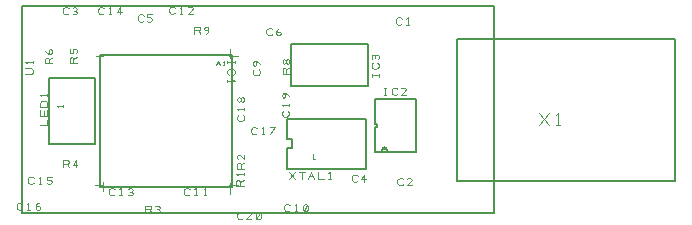
<source format=gbr>
%FSLAX23Y23*%
%MOIN*%
G04 EasyPC Gerber Version 17.0 Build 3379 *
%ADD109C,0.00100*%
%ADD90C,0.00197*%
%ADD108C,0.00315*%
%ADD107C,0.00400*%
%ADD78C,0.00500*%
%ADD91C,0.00800*%
X0Y0D02*
D02*
D78*
X361Y458D02*
Y678D01*
X512*
Y458*
X452*
Y458*
X422*
Y458*
X361*
X529Y757D02*
X970D01*
Y316*
X529*
Y757*
X1153Y544D02*
X1417D01*
Y375*
X1153*
Y445*
X1168*
Y475*
X1153*
Y544*
X1447Y609D02*
X1584D01*
Y432*
X1447*
Y516*
X1452*
Y526*
X1447*
Y609*
X1470Y440D02*
G75*
G03X1486I8D01*
G01*
G75*
G03X1470I-8*
G01*
G36*
G75*
G03X1486I8*
G01*
G75*
G03X1470I-8*
G01*
G37*
X1718Y337D02*
Y809D01*
X2447*
Y337*
X1718*
X1844Y228D02*
X270D01*
Y918*
X1844*
Y228*
D02*
D90*
X271Y243D02*
X269Y241D01*
X265Y239*
X260*
X256Y241*
X254Y243*
X252Y247*
Y255*
X254Y259*
X256Y261*
X260Y263*
X265*
X269Y261*
X271Y259*
X287Y239D02*
X295D01*
X291D02*
Y263D01*
X287Y259*
X315Y245D02*
X317Y249D01*
X321Y251*
X325*
X328Y249*
X330Y245*
X328Y241*
X325Y239*
X321*
X317Y241*
X315Y245*
Y251*
X317Y257*
X321Y261*
X325Y263*
X309Y330D02*
X307Y328D01*
X303Y326*
X297*
X293Y328*
X291Y330*
X289Y334*
Y342*
X291Y346*
X293Y348*
X297Y350*
X303*
X307Y348*
X309Y346*
X325Y326D02*
X332D01*
X328D02*
Y350D01*
X325Y346*
X352Y328D02*
X356Y326D01*
X362*
X366Y328*
X368Y332*
Y334*
X366Y338*
X362Y340*
X352*
Y350*
X368*
X281Y692D02*
X299D01*
X303Y694*
X305Y698*
Y706*
X303Y710*
X299Y712*
X281*
X305Y728D02*
Y735D01*
Y731D02*
X281D01*
X285Y728*
X330Y521D02*
X354D01*
Y540*
Y552D02*
X330D01*
Y572*
X342Y568D02*
Y552D01*
X354D02*
Y572D01*
Y584D02*
X330D01*
Y596*
X332Y600*
X334Y602*
X338Y603*
X346*
X350Y602*
X352Y600*
X354Y596*
Y584*
Y619D02*
Y627D01*
Y623D02*
X330D01*
X334Y619*
X370Y728D02*
X346D01*
Y741*
X348Y745*
X352Y747*
X356Y745*
X358Y741*
Y728*
Y741D02*
X370Y747D01*
X364Y759D02*
X360Y761D01*
X358Y765*
Y769*
X360Y773*
X364Y775*
X368Y773*
X370Y769*
Y765*
X368Y761*
X364Y759*
X358*
X352Y761*
X348Y765*
X346Y769*
X425Y895D02*
X423Y893D01*
X419Y891*
X413*
X409Y893*
X407Y895*
X405Y899*
Y907*
X407Y911*
X409Y913*
X413Y915*
X419*
X423Y913*
X425Y911*
X439Y893D02*
X443Y891D01*
X447*
X451Y893*
X452Y897*
X451Y901*
X447Y903*
X443*
X447D02*
X451Y905D01*
X452Y909*
X451Y913*
X447Y915*
X443*
X439Y913*
X407Y381D02*
Y405D01*
X421*
X425Y403*
X427Y399*
X425Y395*
X421Y393*
X407*
X421D02*
X427Y381D01*
X449D02*
Y405D01*
X439Y389*
X454*
X452Y729D02*
X429D01*
Y743*
X431Y747*
X435Y749*
X439Y747*
X441Y743*
Y729*
Y743D02*
X452Y749D01*
X451Y761D02*
X452Y765D01*
Y771*
X451Y775*
X447Y777*
X445*
X441Y775*
X439Y771*
Y761*
X429*
Y777*
X543Y895D02*
X541Y893D01*
X537Y891*
X531*
X527Y893*
X525Y895*
X523Y899*
Y907*
X525Y911*
X527Y913*
X531Y915*
X537*
X541Y913*
X543Y911*
X559Y891D02*
X567D01*
X563D02*
Y915D01*
X559Y911*
X596Y891D02*
Y915D01*
X586Y899*
X602*
X578Y292D02*
X577Y290D01*
X573Y289*
X567*
X563Y290*
X561Y292*
X559Y296*
Y304*
X561Y308*
X563Y310*
X567Y312*
X573*
X577Y310*
X578Y308*
X594Y289D02*
X602D01*
X598D02*
Y312D01*
X594Y308*
X624Y290D02*
X628Y289D01*
X632*
X636Y290*
X638Y294*
X636Y298*
X632Y300*
X628*
X632D02*
X636Y302D01*
X638Y306*
X636Y310*
X632Y312*
X628*
X624Y310*
X675Y871D02*
X673Y869D01*
X669Y867*
X663*
X659Y869*
X657Y871*
X655Y875*
Y883*
X657Y887*
X659Y889*
X663Y891*
X669*
X673Y889*
X675Y887*
X687Y869D02*
X691Y867D01*
X697*
X701Y869*
X702Y873*
Y875*
X701Y879*
X697Y881*
X687*
Y891*
X702*
X681Y229D02*
Y253D01*
X695*
X699Y251*
X701Y247*
X699Y243*
X695Y241*
X681*
X695D02*
X701Y229D01*
X714Y231D02*
X718Y229D01*
X722*
X726Y231*
X728Y235*
X726Y239*
X722Y241*
X718*
X722D02*
X726Y243D01*
X728Y247*
X726Y251*
X722Y253*
X718*
X714Y251*
X779Y897D02*
X777Y895D01*
X773Y893*
X767*
X764Y895*
X762Y897*
X760Y901*
Y909*
X762Y913*
X764Y915*
X767Y916*
X773*
X777Y915*
X779Y913*
X795Y893D02*
X803D01*
X799D02*
Y916D01*
X795Y913*
X838Y893D02*
X823D01*
X836Y907*
X838Y911*
X836Y915*
X832Y916*
X827*
X823Y915*
X828Y292D02*
X827Y290D01*
X823Y289*
X817*
X813Y290*
X811Y292*
X809Y296*
Y304*
X811Y308*
X813Y310*
X817Y312*
X823*
X827Y310*
X828Y308*
X844Y289D02*
X852D01*
X848D02*
Y312D01*
X844Y308*
X876Y289D02*
X884D01*
X880D02*
Y312D01*
X876Y308*
X844Y826D02*
Y850D01*
X858*
X862Y848*
X864Y844*
X862Y840*
X858Y838*
X844*
X858D02*
X864Y826D01*
X882D02*
X886Y828D01*
X890Y832*
X891Y838*
Y844*
X890Y848*
X886Y850*
X882*
X878Y848*
X876Y844*
X878Y840*
X882Y838*
X886*
X890Y840*
X891Y844*
X954Y735D02*
Y728D01*
Y731D02*
X978D01*
Y735D02*
Y728D01*
X958Y690D02*
X956Y692D01*
X954Y696*
Y702*
X956Y706*
X958Y708*
X962Y710*
X970*
X974Y708*
X976Y706*
X978Y702*
Y696*
X976Y692*
X974Y690*
X954Y674D02*
Y666D01*
Y670D02*
X978D01*
X974Y674*
X1006Y212D02*
X1004Y210D01*
X1000Y208*
X994*
X990Y210*
X988Y212*
X986Y216*
Y224*
X988Y228*
X990Y229*
X994Y231*
X1000*
X1004Y229*
X1006Y228*
X1033Y208D02*
X1017D01*
X1031Y222*
X1033Y226*
X1031Y229*
X1027Y231*
X1021*
X1017Y229*
X1051Y210D02*
X1055Y208D01*
X1059*
X1063Y210*
X1065Y214*
Y226*
X1063Y229*
X1059Y231*
X1055*
X1051Y229*
X1049Y226*
Y214*
X1051Y210*
X1063Y229*
X1008Y320D02*
X984D01*
Y334*
X986Y338*
X990Y340*
X994Y338*
X996Y334*
Y320*
Y334D02*
X1008Y340D01*
Y355D02*
Y363D01*
Y359D02*
X984D01*
X988Y355*
X1010Y377D02*
X986D01*
Y391*
X988Y395*
X992Y397*
X996Y395*
X998Y391*
Y377*
Y391D02*
X1010Y397D01*
Y424D02*
Y409D01*
X996Y422*
X992Y424*
X988Y422*
X986Y418*
Y413*
X988Y409*
X1006Y556D02*
X1008Y554D01*
X1010Y550*
Y544*
X1008Y540*
X1006Y539*
X1002Y537*
X994*
X990Y539*
X988Y540*
X986Y544*
Y550*
X988Y554*
X990Y556*
X1010Y572D02*
Y580D01*
Y576D02*
X986D01*
X990Y572*
X998Y605D02*
Y609D01*
X996Y613*
X992Y615*
X988Y613*
X986Y609*
Y605*
X988Y602*
X992Y600*
X996Y602*
X998Y605*
X1000Y602*
X1004Y600*
X1008Y602*
X1010Y605*
Y609*
X1008Y613*
X1004Y615*
X1000Y613*
X998Y609*
X1053Y495D02*
X1051Y493D01*
X1047Y491*
X1041*
X1037Y493*
X1035Y495*
X1033Y499*
Y507*
X1035Y511*
X1037Y513*
X1041Y515*
X1047*
X1051Y513*
X1053Y511*
X1069Y491D02*
X1077D01*
X1073D02*
Y515D01*
X1069Y511*
X1096Y491D02*
X1112Y515D01*
X1096*
X1059Y708D02*
X1061Y706D01*
X1063Y702*
Y696*
X1061Y692*
X1059Y690*
X1055Y688*
X1047*
X1043Y690*
X1041Y692*
X1039Y696*
Y702*
X1041Y706*
X1043Y708*
X1063Y726D02*
X1061Y729D01*
X1057Y733*
X1051Y735*
X1045*
X1041Y733*
X1039Y729*
Y726*
X1041Y722*
X1045Y720*
X1049Y722*
X1051Y726*
Y729*
X1049Y733*
X1045Y735*
X1104Y826D02*
X1102Y824D01*
X1098Y822*
X1092*
X1088Y824*
X1086Y826*
X1084Y830*
Y838*
X1086Y842*
X1088Y844*
X1092Y846*
X1098*
X1102Y844*
X1104Y842*
X1116Y828D02*
X1118Y832D01*
X1122Y834*
X1126*
X1130Y832*
X1132Y828*
X1130Y824*
X1126Y822*
X1122*
X1118Y824*
X1116Y828*
Y834*
X1118Y840*
X1122Y844*
X1126Y846*
X1163Y239D02*
X1161Y237D01*
X1157Y235*
X1151*
X1147Y237*
X1145Y239*
X1143Y243*
Y251*
X1145Y255*
X1147Y257*
X1151Y259*
X1157*
X1161Y257*
X1163Y255*
X1179Y235D02*
X1187D01*
X1183D02*
Y259D01*
X1179Y255*
X1208Y237D02*
X1212Y235D01*
X1216*
X1220Y237*
X1222Y241*
Y253*
X1220Y257*
X1216Y259*
X1212*
X1208Y257*
X1206Y253*
Y241*
X1208Y237*
X1220Y257*
X1161Y342D02*
X1181Y365D01*
X1161D02*
X1181Y342D01*
X1202D02*
Y365D01*
X1193D02*
X1212D01*
X1224Y342D02*
X1234Y365D01*
X1244Y342*
X1228Y352D02*
X1240D01*
X1256Y365D02*
Y342D01*
X1275*
X1291D02*
X1299D01*
X1295D02*
Y365D01*
X1291Y361*
X1155Y570D02*
X1157Y568D01*
X1159Y564*
Y558*
X1157Y554*
X1155Y552*
X1151Y550*
X1143*
X1140Y552*
X1138Y554*
X1136Y558*
Y564*
X1138Y568*
X1140Y570*
X1159Y586D02*
Y594D01*
Y590D02*
X1136D01*
X1140Y586*
X1159Y619D02*
X1157Y623D01*
X1153Y627*
X1147Y629*
X1141*
X1138Y627*
X1136Y623*
Y619*
X1138Y615*
X1141Y613*
X1145Y615*
X1147Y619*
Y623*
X1145Y627*
X1141Y629*
X1161Y694D02*
X1138D01*
Y708*
X1140Y712*
X1143Y714*
X1147Y712*
X1149Y708*
Y694*
Y708D02*
X1161Y714D01*
X1149Y731D02*
Y735D01*
X1147Y739*
X1143Y741*
X1140Y739*
X1138Y735*
Y731*
X1140Y728*
X1143Y726*
X1147Y728*
X1149Y731*
X1151Y728*
X1155Y726*
X1159Y728*
X1161Y731*
Y735*
X1159Y739*
X1155Y741*
X1151Y739*
X1149Y735*
X1388Y338D02*
X1386Y336D01*
X1382Y334*
X1376*
X1372Y336*
X1370Y338*
X1368Y342*
Y350*
X1370Y353*
X1372Y355*
X1376Y357*
X1382*
X1386Y355*
X1388Y353*
X1409Y334D02*
Y357D01*
X1399Y342*
X1415*
X1458Y684D02*
Y692D01*
Y688D02*
X1435D01*
Y684D02*
Y692D01*
X1454Y729D02*
X1456Y728D01*
X1458Y724*
Y718*
X1456Y714*
X1454Y712*
X1451Y710*
X1443*
X1439Y712*
X1437Y714*
X1435Y718*
Y724*
X1437Y728*
X1439Y729*
X1456Y743D02*
X1458Y747D01*
Y751*
X1456Y755*
X1452Y757*
X1449Y755*
X1447Y751*
Y747*
Y751D02*
X1445Y755D01*
X1441Y757*
X1437Y755*
X1435Y751*
Y747*
X1437Y743*
X1476Y623D02*
X1484D01*
X1480D02*
Y647D01*
X1476D02*
X1484D01*
X1521Y627D02*
X1519Y625D01*
X1515Y623*
X1510*
X1506Y625*
X1504Y627*
X1502Y631*
Y639*
X1504Y643*
X1506Y645*
X1510Y647*
X1515*
X1519Y645*
X1521Y643*
X1549Y623D02*
X1533D01*
X1547Y637*
X1549Y641*
X1547Y645*
X1543Y647*
X1537*
X1533Y645*
X1535Y861D02*
X1533Y859D01*
X1529Y857*
X1523*
X1519Y859*
X1517Y861*
X1515Y865*
Y873*
X1517Y877*
X1519Y879*
X1523Y881*
X1529*
X1533Y879*
X1535Y877*
X1551Y857D02*
X1559D01*
X1555D02*
Y881D01*
X1551Y877*
X1541Y326D02*
X1539Y324D01*
X1535Y322*
X1529*
X1525Y324*
X1523Y326*
X1521Y330*
Y338*
X1523Y342*
X1525Y344*
X1529Y346*
X1535*
X1539Y344*
X1541Y342*
X1569Y322D02*
X1553D01*
X1567Y336*
X1569Y340*
X1567Y344*
X1563Y346*
X1557*
X1553Y344*
D02*
D91*
X1166Y794D02*
X1424D01*
Y654*
X1166*
Y794*
D02*
D107*
X541Y324D02*
X512D01*
X541Y332D02*
Y304D01*
Y751D02*
X515D01*
X958Y324D02*
X988D01*
X958Y751D02*
X988D01*
X962Y328D02*
Y294D01*
Y745D02*
Y777D01*
X1994Y523D02*
X2025Y561D01*
X1994D02*
X2025Y523D01*
X2050D02*
X2063D01*
X2056D02*
Y561D01*
X2050Y555*
D02*
D108*
X917Y721D02*
X923Y736D01*
X929Y721*
X920Y728D02*
X927D01*
X939Y721D02*
X944D01*
X942D02*
Y736D01*
X939Y734*
D02*
D109*
X405Y584D02*
Y590D01*
Y587D02*
X387D01*
X390Y584*
X1238Y408D02*
X1245D01*
X1241D02*
Y427D01*
X1238Y424*
X0Y0D02*
M02*

</source>
